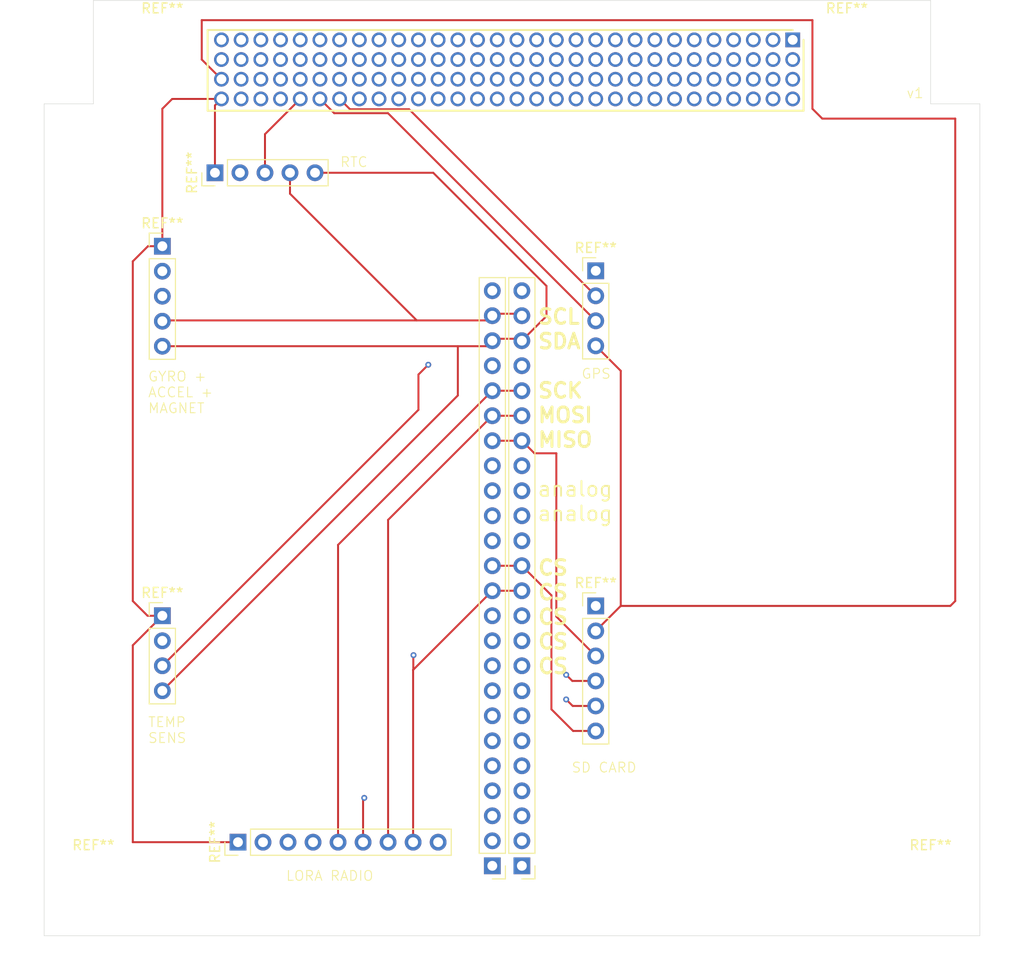
<source format=kicad_pcb>
(kicad_pcb (version 20240108) (generator "pcbnew") (generator_version "8.0")
  (layers (0 "F.Cu" signal) (1 "In1.Cu" signal) (2 "In2.Cu" signal) (31 "B.Cu" signal) (34 "B.Paste" user) (35 "F.Paste" user) (36 "B.SilkS" user "B.Silkscreen") (37 "F.SilkS" user "F.Silkscreen") (38 "B.Mask" user) (39 "F.Mask" user) (44 "Edge.Cuts" user))
  (net 0 "")
  (net 1 "GND")
  (net 2 "VIN")
  (net 3 "SCL")
  (net 4 "SDA")
  (net 5 "miso")
  (net 6 "mosi")
  (net 7 "cs")
  (net 8 "sck")
  (net 9 "TX")
  (net 10 "RX")
  (net 11 "EN")
  (net 12 "RST")
  (net 13 "SQW")
  (footprint "MountingHole:MountingHole_3.2mm_M3" (layer "F.Cu") (at 169 55.5)
    (property "Reference" "REF**" (at 0 -4.2 0) (layer "F.SilkS"))
    (property "Value" "MountingHole_3.2mm_M3")
    (pad "" np_thru_hole circle (at 0 0) (size 3.2 3.2) (drill 3.2) (layers "*.Mask" "F.Cu" "In1.Cu" "In2.Cu" "B.Cu"))
  )
  (footprint "Connector_PinHeader_2.54mm:PinHeader_1x05_P2.54mm_Vertical" (layer "F.Cu") (at 174.34 68 90)
    (property "Reference" "REF**" (at 0 -2.33 -90) (layer "F.SilkS"))
    (property "Value" "PinHeader_1x05_P2.54mm_Vertical")
    (fp_line (start -1.33 -1.33) (end 0 -1.33) (stroke (width 0.12)) (layer "F.SilkS"))
    (fp_line (start -1.33 0) (end -1.33 -1.33) (stroke (width 0.12)) (layer "F.SilkS"))
    (fp_line (start 1.33 1.27) (end 1.33 11.49) (stroke (width 0.12)) (layer "F.SilkS"))
    (fp_line (start -1.33 1.27) (end 1.33 1.27) (stroke (width 0.12)) (layer "F.SilkS"))
    (fp_line (start -1.33 1.27) (end -1.33 11.49) (stroke (width 0.12)) (layer "F.SilkS"))
    (fp_line (start -1.33 11.49) (end 1.33 11.49) (stroke (width 0.12)) (layer "F.SilkS"))
    (pad "1" thru_hole rect (at 0 0 90) (size 1.7 1.7) (drill 1) (layers "*.Cu" "*.Mask") (net 2 "VIN"))
    (pad "2" thru_hole oval (at 0 2.54 90) (size 1.7 1.7) (drill 1) (layers "*.Cu" "*.Mask") (net 1 "GND"))
    (pad "3" thru_hole oval (at 0 5.08 90) (size 1.7 1.7) (drill 1) (layers "*.Cu" "*.Mask") (net 13 "SQW"))
    (pad "4" thru_hole oval (at 0 7.62 90) (size 1.7 1.7) (drill 1) (layers "*.Cu" "*.Mask") (net 3 "SCL"))
    (pad "5" thru_hole oval (at 0 10.16 90) (size 1.7 1.7) (drill 1) (layers "*.Cu" "*.Mask") (net 4 "SDA"))
  )
  (footprint "Connector_PinHeader_2.54mm:PinHeader_1x06_P2.54mm_Vertical" (layer "F.Cu") (at 213 112)
    (property "Reference" "REF**" (at 0 -2.33 0) (layer "F.SilkS"))
    (property "Value" "PinHeader_1x06_P2.54mm_Vertical")
    (fp_line (start -1.33 -1.33) (end 0 -1.33) (stroke (width 0.12)) (layer "F.SilkS"))
    (fp_line (start -1.33 0) (end -1.33 -1.33) (stroke (width 0.12)) (layer "F.SilkS"))
    (fp_line (start -1.33 1.27) (end -1.33 14.03) (stroke (width 0.12)) (layer "F.SilkS"))
    (fp_line (start -1.33 1.27) (end 1.33 1.27) (stroke (width 0.12)) (layer "F.SilkS"))
    (fp_line (start -1.33 14.03) (end 1.33 14.03) (stroke (width 0.12)) (layer "F.SilkS"))
    (fp_line (start 1.33 1.27) (end 1.33 14.03) (stroke (width 0.12)) (layer "F.SilkS"))
    (pad "1" thru_hole rect (at 0 0) (size 1.7 1.7) (drill 1) (layers "*.Cu" "*.Mask") (net 1 "GND"))
    (pad "2" thru_hole oval (at 0 2.54) (size 1.7 1.7) (drill 1) (layers "*.Cu" "*.Mask") (net 2 "VIN"))
    (pad "3" thru_hole oval (at 0 5.08) (size 1.7 1.7) (drill 1) (layers "*.Cu" "*.Mask") (net 5 "miso"))
    (pad "4" thru_hole oval (at 0 7.62) (size 1.7 1.7) (drill 1) (layers "*.Cu" "*.Mask") (net 6 "mosi"))
    (pad "5" thru_hole oval (at 0 10.16) (size 1.7 1.7) (drill 1) (layers "*.Cu" "*.Mask") (net 8 "sck"))
    (pad "6" thru_hole oval (at 0 12.7) (size 1.7 1.7) (drill 1) (layers "*.Cu" "*.Mask") (net 7 "cs"))
  )
  (footprint "Connector_PinHeader_2.54mm:PinHeader_1x24_P2.54mm_Vertical" (layer "F.Cu") (at 202.5 138.4 180)
    (property "Reference" "REF**" (hide yes))
    (property "Value" "PinHeader_1x24_P2.54mm_Vertical")
    (fp_line (start 1.33 1.27) (end 1.33 59.75) (stroke (width 0.12)) (layer "F.SilkS"))
    (fp_line (start -1.33 59.75) (end 1.33 59.75) (stroke (width 0.12)) (layer "F.SilkS"))
    (fp_line (start -1.33 1.27) (end 1.33 1.27) (stroke (width 0.12)) (layer "F.SilkS"))
    (fp_line (start -1.33 1.27) (end -1.33 59.75) (stroke (width 0.12)) (layer "F.SilkS"))
    (fp_line (start -1.33 0) (end -1.33 -1.33) (stroke (width 0.12)) (layer "F.SilkS"))
    (fp_line (start -1.33 -1.33) (end 0 -1.33) (stroke (width 0.12)) (layer "F.SilkS"))
    (pad "1" thru_hole rect (at 0 0 180) (size 1.7 1.7) (drill 1) (layers "*.Cu" "*.Mask"))
    (pad "2" thru_hole oval (at 0 2.54 180) (size 1.7 1.7) (drill 1) (layers "*.Cu" "*.Mask"))
    (pad "3" thru_hole oval (at 0 5.08 180) (size 1.7 1.7) (drill 1) (layers "*.Cu" "*.Mask"))
    (pad "4" thru_hole oval (at 0 7.62 180) (size 1.7 1.7) (drill 1) (layers "*.Cu" "*.Mask"))
    (pad "5" thru_hole oval (at 0 10.16 180) (size 1.7 1.7) (drill 1) (layers "*.Cu" "*.Mask"))
    (pad "6" thru_hole oval (at 0 12.7 180) (size 1.7 1.7) (drill 1) (layers "*.Cu" "*.Mask"))
    (pad "7" thru_hole oval (at 0 15.24 180) (size 1.7 1.7) (drill 1) (layers "*.Cu" "*.Mask"))
    (pad "8" thru_hole oval (at 0 17.78 180) (size 1.7 1.7) (drill 1) (layers "*.Cu" "*.Mask"))
    (pad "9" thru_hole oval (at 0 20.32 180) (size 1.7 1.7) (drill 1) (layers "*.Cu" "*.Mask"))
    (pad "10" thru_hole oval (at 0 22.86 180) (size 1.7 1.7) (drill 1) (layers "*.Cu" "*.Mask"))
    (pad "11" thru_hole oval (at 0 25.4 180) (size 1.7 1.7) (drill 1) (layers "*.Cu" "*.Mask"))
    (pad "12" thru_hole oval (at 0 27.94 180) (size 1.7 1.7) (drill 1) (layers "*.Cu" "*.Mask") (net 7 "cs"))
    (pad "13" thru_hole oval (at 0 30.48 180) (size 1.7 1.7) (drill 1) (layers "*.Cu" "*.Mask") (net 7 "cs"))
    (pad "14" thru_hole oval (at 0 33.02 180) (size 1.7 1.7) (drill 1) (layers "*.Cu" "*.Mask"))
    (pad "15" thru_hole oval (at 0 35.56 180) (size 1.7 1.7) (drill 1) (layers "*.Cu" "*.Mask"))
    (pad "16" thru_hole oval (at 0 38.1 180) (size 1.7 1.7) (drill 1) (layers "*.Cu" "*.Mask"))
    (pad "17" thru_hole oval (at 0 40.64 180) (size 1.7 1.7) (drill 1) (layers "*.Cu" "*.Mask"))
    (pad "18" thru_hole oval (at 0 43.18 180) (size 1.7 1.7) (drill 1) (layers "*.Cu" "*.Mask") (net 5 "miso"))
    (pad "19" thru_hole oval (at 0 45.72 180) (size 1.7 1.7) (drill 1) (layers "*.Cu" "*.Mask") (net 6 "mosi"))
    (pad "20" thru_hole oval (at 0 48.26 180) (size 1.7 1.7) (drill 1) (layers "*.Cu" "*.Mask") (net 8 "sck"))
    (pad "21" thru_hole oval (at 0 50.8 180) (size 1.7 1.7) (drill 1) (layers "*.Cu" "*.Mask"))
    (pad "22" thru_hole oval (at 0 53.34 180) (size 1.7 1.7) (drill 1) (layers "*.Cu" "*.Mask") (net 4 "SDA"))
    (pad "23" thru_hole oval (at 0 55.88 180) (size 1.7 1.7) (drill 1) (layers "*.Cu" "*.Mask") (net 3 "SCL"))
    (pad "24" thru_hole oval (at 0 58.42 180) (size 1.7 1.7) (drill 1) (layers "*.Cu" "*.Mask"))
  )
  (footprint "Connector_PinHeader_2.54mm:PinHeader_1x05_P2.54mm_Vertical" (layer "F.Cu") (at 169 75.46)
    (property "Reference" "REF**" (at 0 -2.33 0) (layer "F.SilkS"))
    (property "Value" "PinHeader_1x05_P2.54mm_Vertical")
    (fp_line (start -1.33 -1.33) (end 0 -1.33) (stroke (width 0.12)) (layer "F.SilkS"))
    (fp_line (start -1.33 0) (end -1.33 -1.33) (stroke (width 0.12)) (layer "F.SilkS"))
    (fp_line (start -1.33 1.27) (end -1.33 11.49) (stroke (width 0.12)) (layer "F.SilkS"))
    (fp_line (start -1.33 1.27) (end 1.33 1.27) (stroke (width 0.12)) (layer "F.SilkS"))
    (fp_line (start -1.33 11.49) (end 1.33 11.49) (stroke (width 0.12)) (layer "F.SilkS"))
    (fp_line (start 1.33 1.27) (end 1.33 11.49) (stroke (width 0.12)) (layer "F.SilkS"))
    (pad "1" thru_hole rect (at 0 0) (size 1.7 1.7) (drill 1) (layers "*.Cu" "*.Mask") (net 2 "VIN"))
    (pad "2" thru_hole oval (at 0 2.54) (size 1.7 1.7) (drill 1) (layers "*.Cu" "*.Mask"))
    (pad "3" thru_hole oval (at 0 5.08) (size 1.7 1.7) (drill 1) (layers "*.Cu" "*.Mask") (net 1 "GND"))
    (pad "4" thru_hole oval (at 0 7.62) (size 1.7 1.7) (drill 1) (layers "*.Cu" "*.Mask") (net 3 "SCL"))
    (pad "5" thru_hole oval (at 0 10.16) (size 1.7 1.7) (drill 1) (layers "*.Cu" "*.Mask") (net 4 "SDA"))
  )
  (footprint "Connector_PinHeader_2.54mm:PinHeader_1x24_P2.54mm_Vertical" (layer "F.Cu") (at 205.5 138.4 180)
    (property "Reference" "REF**" (hide yes))
    (property "Value" "PinHeader_1x24_P2.54mm_Vertical")
    (fp_line (start 1.33 1.27) (end 1.33 59.75) (stroke (width 0.12)) (layer "F.SilkS"))
    (fp_line (start -1.33 59.75) (end 1.33 59.75) (stroke (width 0.12)) (layer "F.SilkS"))
    (fp_line (start -1.33 1.27) (end 1.33 1.27) (stroke (width 0.12)) (layer "F.SilkS"))
    (fp_line (start -1.33 1.27) (end -1.33 59.75) (stroke (width 0.12)) (layer "F.SilkS"))
    (fp_line (start -1.33 0) (end -1.33 -1.33) (stroke (width 0.12)) (layer "F.SilkS"))
    (fp_line (start -1.33 -1.33) (end 0 -1.33) (stroke (width 0.12)) (layer "F.SilkS"))
    (pad "1" thru_hole rect (at 0 0 180) (size 1.7 1.7) (drill 1) (layers "*.Cu" "*.Mask"))
    (pad "2" thru_hole oval (at 0 2.54 180) (size 1.7 1.7) (drill 1) (layers "*.Cu" "*.Mask"))
    (pad "3" thru_hole oval (at 0 5.08 180) (size 1.7 1.7) (drill 1) (layers "*.Cu" "*.Mask"))
    (pad "4" thru_hole oval (at 0 7.62 180) (size 1.7 1.7) (drill 1) (layers "*.Cu" "*.Mask"))
    (pad "5" thru_hole oval (at 0 10.16 180) (size 1.7 1.7) (drill 1) (layers "*.Cu" "*.Mask"))
    (pad "6" thru_hole oval (at 0 12.7 180) (size 1.7 1.7) (drill 1) (layers "*.Cu" "*.Mask"))
    (pad "7" thru_hole oval (at 0 15.24 180) (size 1.7 1.7) (drill 1) (layers "*.Cu" "*.Mask"))
    (pad "8" thru_hole oval (at 0 17.78 180) (size 1.7 1.7) (drill 1) (layers "*.Cu" "*.Mask"))
    (pad "9" thru_hole oval (at 0 20.32 180) (size 1.7 1.7) (drill 1) (layers "*.Cu" "*.Mask"))
    (pad "10" thru_hole oval (at 0 22.86 180) (size 1.7 1.7) (drill 1) (layers "*.Cu" "*.Mask"))
    (pad "11" thru_hole oval (at 0 25.4 180) (size 1.7 1.7) (drill 1) (layers "*.Cu" "*.Mask"))
    (pad "12" thru_hole oval (at 0 27.94 180) (size 1.7 1.7) (drill 1) (layers "*.Cu" "*.Mask") (net 7 "cs"))
    (pad "13" thru_hole oval (at 0 30.48 180) (size 1.7 1.7) (drill 1) (layers "*.Cu" "*.Mask") (net 7 "cs"))
    (pad "14" thru_hole oval (at 0 33.02 180) (size 1.7 1.7) (drill 1) (layers "*.Cu" "*.Mask"))
    (pad "15" thru_hole oval (at 0 35.56 180) (size 1.7 1.7) (drill 1) (layers "*.Cu" "*.Mask"))
    (pad "16" thru_hole oval (at 0 38.1 180) (size 1.7 1.7) (drill 1) (layers "*.Cu" "*.Mask"))
    (pad "17" thru_hole oval (at 0 40.64 180) (size 1.7 1.7) (drill 1) (layers "*.Cu" "*.Mask"))
    (pad "18" thru_hole oval (at 0 43.18 180) (size 1.7 1.7) (drill 1) (layers "*.Cu" "*.Mask") (net 5 "miso"))
    (pad "19" thru_hole oval (at 0 45.72 180) (size 1.7 1.7) (drill 1) (layers "*.Cu" "*.Mask") (net 6 "mosi"))
    (pad "20" thru_hole oval (at 0 48.26 180) (size 1.7 1.7) (drill 1) (layers "*.Cu" "*.Mask") (net 8 "sck"))
    (pad "21" thru_hole oval (at 0 50.8 180) (size 1.7 1.7) (drill 1) (layers "*.Cu" "*.Mask"))
    (pad "22" thru_hole oval (at 0 53.34 180) (size 1.7 1.7) (drill 1) (layers "*.Cu" "*.Mask") (net 4 "SDA"))
    (pad "23" thru_hole oval (at 0 55.88 180) (size 1.7 1.7) (drill 1) (layers "*.Cu" "*.Mask") (net 3 "SCL"))
    (pad "24" thru_hole oval (at 0 58.42 180) (size 1.7 1.7) (drill 1) (layers "*.Cu" "*.Mask"))
  )
  (footprint "MountingHole:MountingHole_3.2mm_M3" (layer "F.Cu") (at 238.5 55.5)
    (property "Reference" "REF**" (at 0 -4.2 0) (layer "F.SilkS"))
    (property "Value" "MountingHole_3.2mm_M3")
    (pad "" np_thru_hole circle (at 0 0) (size 3.2 3.2) (drill 3.2) (layers "*.Mask" "F.Cu" "In1.Cu" "In2.Cu" "B.Cu"))
  )
  (footprint "Connector_PinHeader_2.54mm:PinHeader_1x09_P2.54mm_Vertical" (layer "F.Cu") (at 176.68 136 90)
    (property "Reference" "REF**" (at 0 -2.33 -90) (layer "F.SilkS"))
    (property "Value" "PinHeader_1x09_P2.54mm_Vertical")
    (fp_line (start -1.33 -1.33) (end 0 -1.33) (stroke (width 0.12)) (layer "F.SilkS"))
    (fp_line (start -1.33 0) (end -1.33 -1.33) (stroke (width 0.12)) (layer "F.SilkS"))
    (fp_line (start 1.33 1.27) (end 1.33 21.65) (stroke (width 0.12)) (layer "F.SilkS"))
    (fp_line (start -1.33 1.27) (end 1.33 1.27) (stroke (width 0.12)) (layer "F.SilkS"))
    (fp_line (start -1.33 1.27) (end -1.33 21.65) (stroke (width 0.12)) (layer "F.SilkS"))
    (fp_line (start -1.33 21.65) (end 1.33 21.65) (stroke (width 0.12)) (layer "F.SilkS"))
    (pad "1" thru_hole rect (at 0 0 90) (size 1.7 1.7) (drill 1) (layers "*.Cu" "*.Mask") (net 2 "VIN"))
    (pad "2" thru_hole oval (at 0 2.54 90) (size 1.7 1.7) (drill 1) (layers "*.Cu" "*.Mask") (net 1 "GND"))
    (pad "3" thru_hole oval (at 0 5.08 90) (size 1.7 1.7) (drill 1) (layers "*.Cu" "*.Mask") (net 11 "EN"))
    (pad "4" thru_hole oval (at 0 7.62 90) (size 1.7 1.7) (drill 1) (layers "*.Cu" "*.Mask"))
    (pad "5" thru_hole oval (at 0 10.16 90) (size 1.7 1.7) (drill 1) (layers "*.Cu" "*.Mask") (net 8 "sck"))
    (pad "6" thru_hole oval (at 0 12.7 90) (size 1.7 1.7) (drill 1) (layers "*.Cu" "*.Mask") (net 5 "miso"))
    (pad "7" thru_hole oval (at 0 15.24 90) (size 1.7 1.7) (drill 1) (layers "*.Cu" "*.Mask") (net 6 "mosi"))
    (pad "8" thru_hole oval (at 0 17.78 90) (size 1.7 1.7) (drill 1) (layers "*.Cu" "*.Mask") (net 7 "cs"))
    (pad "9" thru_hole oval (at 0 20.32 90) (size 1.7 1.7) (drill 1) (layers "*.Cu" "*.Mask") (net 12 "RST"))
  )
  (footprint "Connector_PinHeader_2.54mm:PinHeader_1x04_P2.54mm_Vertical" (layer "F.Cu") (at 169 113)
    (property "Reference" "REF**" (at 0 -2.33 0) (layer "F.SilkS"))
    (property "Value" "PinHeader_1x04_P2.54mm_Vertical")
    (fp_line (start -1.33 -1.33) (end 0 -1.33) (stroke (width 0.12)) (layer "F.SilkS"))
    (fp_line (start -1.33 0) (end -1.33 -1.33) (stroke (width 0.12)) (layer "F.SilkS"))
    (fp_line (start -1.33 1.27) (end -1.33 8.95) (stroke (width 0.12)) (layer "F.SilkS"))
    (fp_line (start -1.33 1.27) (end 1.33 1.27) (stroke (width 0.12)) (layer "F.SilkS"))
    (fp_line (start -1.33 8.95) (end 1.33 8.95) (stroke (width 0.12)) (layer "F.SilkS"))
    (fp_line (start 1.33 1.27) (end 1.33 8.95) (stroke (width 0.12)) (layer "F.SilkS"))
    (pad "1" thru_hole rect (at 0 0) (size 1.7 1.7) (drill 1) (layers "*.Cu" "*.Mask") (net 2 "VIN"))
    (pad "2" thru_hole oval (at 0 2.54) (size 1.7 1.7) (drill 1) (layers "*.Cu" "*.Mask") (net 1 "GND"))
    (pad "3" thru_hole oval (at 0 5.08) (size 1.7 1.7) (drill 1) (layers "*.Cu" "*.Mask") (net 3 "SCL"))
    (pad "4" thru_hole oval (at 0 7.62) (size 1.7 1.7) (drill 1) (layers "*.Cu" "*.Mask") (net 4 "SDA"))
  )
  (footprint "Connector_PinHeader_2.54mm:PinHeader_1x04_P2.54mm_Vertical" (layer "F.Cu") (at 213 77.96)
    (property "Reference" "REF**" (at 0 -2.33 0) (layer "F.SilkS"))
    (property "Value" "PinHeader_1x04_P2.54mm_Vertical")
    (fp_line (start -1.33 -1.33) (end 0 -1.33) (stroke (width 0.12)) (layer "F.SilkS"))
    (fp_line (start -1.33 0) (end -1.33 -1.33) (stroke (width 0.12)) (layer "F.SilkS"))
    (fp_line (start -1.33 1.27) (end -1.33 8.95) (stroke (width 0.12)) (layer "F.SilkS"))
    (fp_line (start -1.33 1.27) (end 1.33 1.27) (stroke (width 0.12)) (layer "F.SilkS"))
    (fp_line (start -1.33 8.95) (end 1.33 8.95) (stroke (width 0.12)) (layer "F.SilkS"))
    (fp_line (start 1.33 1.27) (end 1.33 8.95) (stroke (width 0.12)) (layer "F.SilkS"))
    (pad "1" thru_hole rect (at 0 0) (size 1.7 1.7) (drill 1) (layers "*.Cu" "*.Mask") (net 1 "GND"))
    (pad "2" thru_hole oval (at 0 2.54) (size 1.7 1.7) (drill 1) (layers "*.Cu" "*.Mask") (net 9 "TX"))
    (pad "3" thru_hole oval (at 0 5.08) (size 1.7 1.7) (drill 1) (layers "*.Cu" "*.Mask") (net 10 "RX"))
    (pad "4" thru_hole oval (at 0 7.62) (size 1.7 1.7) (drill 1) (layers "*.Cu" "*.Mask") (net 2 "VIN"))
  )
  (footprint "MountingHole:MountingHole_3.2mm_M3" (layer "F.Cu") (at 162 140.5)
    (property "Reference" "REF**" (at 0 -4.2 0) (layer "F.SilkS"))
    (property "Value" "MountingHole_3.2mm_M3")
    (pad "" np_thru_hole circle (at 0 0) (size 3.2 3.2) (drill 3.2) (layers "*.Mask" "F.Cu" "In1.Cu" "In2.Cu" "B.Cu"))
  )
  (footprint "KiCad:RHDR120W55P200_4X30_6020X800X935P" (layer "F.Cu") (at 233 54.5)
    (property "Reference" "J**" (hide yes))
    (property "Value" "RHDR120W55P200_4X30_6020X800X935P" (hide yes))
    (fp_line (start -59.4 -1) (end -59.4 7.2) (stroke (width 0.2)) (layer "F.SilkS"))
    (fp_line (start -59.4 7.2) (end 1.1 7.2) (stroke (width 0.2)) (layer "F.SilkS"))
    (fp_line (start 0 -1) (end -59.4 -1) (stroke (width 0.2)) (layer "F.SilkS"))
    (fp_line (start 1.1 7.2) (end 1.1 0) (stroke (width 0.2)) (layer "F.SilkS"))
    (pad "1" thru_hole rect (at 0 0) (size 1.5 1.5) (drill 1) (layers "*.Cu" "*.Mask") (net 1 "GND"))
    (pad "2" thru_hole circle (at -2 0) (size 1.5 1.5) (drill 1) (layers "*.Cu" "*.Mask") (net 1 "GND"))
    (pad "3" thru_hole circle (at -4 0) (size 1.5 1.5) (drill 1) (layers "*.Cu" "*.Mask"))
    (pad "4" thru_hole circle (at -6 0) (size 1.5 1.5) (drill 1) (layers "*.Cu" "*.Mask"))
    (pad "5" thru_hole circle (at -8 0) (size 1.5 1.5) (drill 1) (layers "*.Cu" "*.Mask"))
    (pad "6" thru_hole circle (at -10 0) (size 1.5 1.5) (drill 1) (layers "*.Cu" "*.Mask"))
    (pad "7" thru_hole circle (at -12 0) (size 1.5 1.5) (drill 1) (layers "*.Cu" "*.Mask"))
    (pad "8" thru_hole circle (at -14 0) (size 1.5 1.5) (drill 1) (layers "*.Cu" "*.Mask"))
    (pad "9" thru_hole circle (at -16 0) (size 1.5 1.5) (drill 1) (layers "*.Cu" "*.Mask"))
    (pad "10" thru_hole circle (at -18 0) (size 1.5 1.5) (drill 1) (layers "*.Cu" "*.Mask"))
    (pad "11" thru_hole circle (at -20 0) (size 1.5 1.5) (drill 1) (layers "*.Cu" "*.Mask"))
    (pad "12" thru_hole circle (at -22 0) (size 1.5 1.5) (drill 1) (layers "*.Cu" "*.Mask"))
    (pad "13" thru_hole circle (at -24 0) (size 1.5 1.5) (drill 1) (layers "*.Cu" "*.Mask"))
    (pad "14" thru_hole circle (at -26 0) (size 1.5 1.5) (drill 1) (layers "*.Cu" "*.Mask"))
    (pad "15" thru_hole circle (at -28 0) (size 1.5 1.5) (drill 1) (layers "*.Cu" "*.Mask"))
    (pad "16" thru_hole circle (at -30 0) (size 1.5 1.5) (drill 1) (layers "*.Cu" "*.Mask"))
    (pad "17" thru_hole circle (at -32 0) (size 1.5 1.5) (drill 1) (layers "*.Cu" "*.Mask"))
    (pad "18" thru_hole circle (at -34 0) (size 1.5 1.5) (drill 1) (layers "*.Cu" "*.Mask"))
    (pad "19" thru_hole circle (at -36 0) (size 1.5 1.5) (drill 1) (layers "*.Cu" "*.Mask"))
    (pad "20" thru_hole circle (at -38 0) (size 1.5 1.5) (drill 1) (layers "*.Cu" "*.Mask"))
    (pad "21" thru_hole circle (at -40 0) (size 1.5 1.5) (drill 1) (layers "*.Cu" "*.Mask"))
    (pad "22" thru_hole circle (at -42 0) (size 1.5 1.5) (drill 1) (layers "*.Cu" "*.Mask"))
    (pad "23" thru_hole circle (at -44 0) (size 1.5 1.5) (drill 1) (layers "*.Cu" "*.Mask"))
    (pad "24" thru_hole circle (at -46 0) (size 1.5 1.5) (drill 1) (layers "*.Cu" "*.Mask"))
    (pad "25" thru_hole circle (at -48 0) (size 1.5 1.5) (drill 1) (layers "*.Cu" "*.Mask"))
    (pad "26" thru_hole circle (at -50 0) (size 1.5 1.5) (drill 1) (layers "*.Cu" "*.Mask"))
    (pad "27" thru_hole circle (at -52 0) (size 1.5 1.5) (drill 1) (layers "*.Cu" "*.Mask"))
    (pad "28" thru_hole circle (at -54 0) (size 1.5 1.5) (drill 1) (layers "*.Cu" "*.Mask"))
    (pad "29" thru_hole circle (at -56 0) (size 1.5 1.5) (drill 1) (layers "*.Cu" "*.Mask"))
    (pad "30" thru_hole circle (at -58 0) (size 1.5 1.5) (drill 1) (layers "*.Cu" "*.Mask") (net 1 "GND"))
    (pad "31" thru_hole circle (at 0 2) (size 1.5 1.5) (drill 1) (layers "*.Cu" "*.Mask") (net 1 "GND"))
    (pad "32" thru_hole circle (at -2 2) (size 1.5 1.5) (drill 1) (layers "*.Cu" "*.Mask"))
    (pad "33" thru_hole circle (at -4 2) (size 1.5 1.5) (drill 1) (layers "*.Cu" "*.Mask"))
    (pad "34" thru_hole circle (at -6 2) (size 1.5 1.5) (drill 1) (layers "*.Cu" "*.Mask"))
    (pad "35" thru_hole circle (at -8 2) (size 1.5 1.5) (drill 1) (layers "*.Cu" "*.Mask"))
    (pad "36" thru_hole circle (at -10 2) (size 1.5 1.5) (drill 1) (layers "*.Cu" "*.Mask"))
    (pad "37" thru_hole circle (at -12 2) (size 1.5 1.5) (drill 1) (layers "*.Cu" "*.Mask"))
    (pad "38" thru_hole circle (at -14 2) (size 1.5 1.5) (drill 1) (layers "*.Cu" "*.Mask"))
    (pad "39" thru_hole circle (at -16 2) (size 1.5 1.5) (drill 1) (layers "*.Cu" "*.Mask"))
    (pad "40" thru_hole circle (at -18 2) (size 1.5 1.5) (drill 1) (layers "*.Cu" "*.Mask"))
    (pad "41" thru_hole circle (at -20 2) (size 1.5 1.5) (drill 1) (layers "*.Cu" "*.Mask"))
    (pad "42" thru_hole circle (at -22 2) (size 1.5 1.5) (drill 1) (layers "*.Cu" "*.Mask"))
    (pad "43" thru_hole circle (at -24 2) (size 1.5 1.5) (drill 1) (layers "*.Cu" "*.Mask"))
    (pad "44" thru_hole circle (at -26 2) (size 1.5 1.5) (drill 1) (layers "*.Cu" "*.Mask"))
    (pad "45" thru_hole circle (at -28 2) (size 1.5 1.5) (drill 1) (layers "*.Cu" "*.Mask"))
    (pad "46" thru_hole circle (at -30 2) (size 1.5 1.5) (drill 1) (layers "*.Cu" "*.Mask"))
    (pad "47" thru_hole circle (at -32 2) (size 1.5 1.5) (drill 1) (layers "*.Cu" "*.Mask"))
    (pad "48" thru_hole circle (at -34 2) (size 1.5 1.5) (drill 1) (layers "*.Cu" "*.Mask"))
    (pad "49" thru_hole circle (at -36 2) (size 1.5 1.5) (drill 1) (layers "*.Cu" "*.Mask"))
    (pad "50" thru_hole circle (at -38 2) (size 1.5 1.5) (drill 1) (layers "*.Cu" "*.Mask"))
    (pad "51" thru_hole circle (at -40 2) (size 1.5 1.5) (drill 1) (layers "*.Cu" "*.Mask"))
    (pad "52" thru_hole circle (at -42 2) (size 1.5 1.5) (drill 1) (layers "*.Cu" "*.Mask"))
    (pad "53" thru_hole circle (at -44 2) (size 1.5 1.5) (drill 1) (layers "*.Cu" "*.Mask"))
    (pad "54" thru_hole circle (at -46 2) (size 1.5 1.5) (drill 1) (layers "*.Cu" "*.Mask"))
    (pad "55" thru_hole circle (at -48 2) (size 1.5 1.5) (drill 1) (layers "*.Cu" "*.Mask"))
    (pad "56" thru_hole circle (at -50 2) (size 1.5 1.5) (drill 1) (layers "*.Cu" "*.Mask"))
    (pad "57" thru_hole circle (at -52 2) (size 1.5 1.5) (drill 1) (layers "*.Cu" "*.Mask"))
    (pad "58" thru_hole circle (at -54 2) (size 1.5 1.5) (drill 1) (layers "*.Cu" "*.Mask"))
    (pad "59" thru_hole circle (at -56 2) (size 1.5 1.5) (drill 1) (layers "*.Cu" "*.Mask"))
    (pad "60" thru_hole circle (at -58 2) (size 1.5 1.5) (drill 1) (layers "*.Cu" "*.Mask"))
    (pad "61" thru_hole circle (at 0 4) (size 1.5 1.5) (drill 1) (layers "*.Cu" "*.Mask"))
    (pad "62" thru_hole circle (at -2 4) (size 1.5 1.5) (drill 1) (layers "*.Cu" "*.Mask"))
    (pad "63" thru_hole circle (at -4 4) (size 1.5 1.5) (drill 1) (layers "*.Cu" "*.Mask"))
    (pad "64" thru_hole circle (at -6 4) (size 1.5 1.5) (drill 1) (layers "*.Cu" "*.Mask"))
    (pad "65" thru_hole circle (at -8 4) (size 1.5 1.5) (drill 1) (layers "*.Cu" "*.Mask"))
    (pad "66" thru_hole circle (at -10 4) (size 1.5 1.5) (drill 1) (layers "*.Cu" "*.Mask"))
    (pad "67" thru_hole circle (at -12 4) (size 1.5 1.5) (drill 1) (layers "*.Cu" "*.Mask"))
    (pad "68" thru_hole circle (at -14 4) (size 1.5 1.5) (drill 1) (layers "*.Cu" "*.Mask"))
    (pad "69" thru_hole circle (at -16 4) (size 1.5 1.5) (drill 1) (layers "*.Cu" "*.Mask"))
    (pad "70" thru_hole circle (at -18 4) (size 1.5 1.5) (drill 1) (layers "*.Cu" "*.Mask"))
    (pad "71" thru_hole circle (at -20 4) (size 1.5 1.5) (drill 1) (layers "*.Cu" "*.Mask"))
    (pad "72" thru_hole circle (at -22 4) (size 1.5 1.5) (drill 1) (layers "*.Cu" "*.Mask"))
    (pad "73" thru_hole circle (at -24 4) (size 1.5 1.5) (drill 1) (layers "*.Cu" "*.Mask"))
    (pad "74" thru_hole circle (at -26 4) (size 1.5 1.5) (drill 1) (layers "*.Cu" "*.Mask"))
    (pad "75" thru_hole circle (at -28 4) (size 1.5 1.5) (drill 1) (layers "*.Cu" "*.Mask"))
    (pad "76" thru_hole circle (at -30 4) (size 1.5 1.5) (drill 1) (layers "*.Cu" "*.Mask"))
    (pad "77" thru_hole circle (at -32 4) (size 1.5 1.5) (drill 1) (layers "*.Cu" "*.Mask"))
    (pad "78" thru_hole circle (at -34 4) (size 1.5 1.5) (drill 1) (layers "*.Cu" "*.Mask"))
    (pad "79" thru_hole circle (at -36 4) (size 1.5 1.5) (drill 1) (layers "*.Cu" "*.Mask"))
    (pad "80" thru_hole circle (at -38 4) (size 1.5 1.5) (drill 1) (layers "*.Cu" "*.Mask"))
    (pad "81" thru_hole circle (at -40 4) (size 1.5 1.5) (drill 1) (layers "*.Cu" "*.Mask"))
    (pad "82" thru_hole circle (at -42 4) (size 1.5 1.5) (drill 1) (layers "*.Cu" "*.Mask"))
    (pad "83" thru_hole circle (at -44 4) (size 1.5 1.5) (drill 1) (layers "*.Cu" "*.Mask"))
    (pad "84" thru_hole circle (at -46 4) (size 1.5 1.5) (drill 1) (layers "*.Cu" "*.Mask"))
    (pad "85" thru_hole circle (at -48 4) (size 1.5 1.5) (drill 1) (layers "*.Cu" "*.Mask"))
    (pad "86" thru_hole circle (at -50 4) (size 1.5 1.5) (drill 1) (layers "*.Cu" "*.Mask"))
    (pad "87" thru_hole circle (at -52 4) (size 1.5 1.5) (drill 1) (layers "*.Cu" "*.Mask"))
    (pad "88" thru_hole circle (at -54 4) (size 1.5 1.5) (drill 1) (layers "*.Cu" "*.Mask"))
    (pad "89" thru_hole circle (at -56 4) (size 1.5 1.5) (drill 1) (layers "*.Cu" "*.Mask"))
    (pad "90" thru_hole circle (at -58 4) (size 1.5 1.5) (drill 1) (layers "*.Cu" "*.Mask") (net 2 "VIN"))
    (pad "91" thru_hole circle (at 0 6) (size 1.5 1.5) (drill 1) (layers "*.Cu" "*.Mask"))
    (pad "92" thru_hole circle (at -2 6) (size 1.5 1.5) (drill 1) (layers "*.Cu" "*.Mask"))
    (pad "93" thru_hole circle (at -4 6) (size 1.5 1.5) (drill 1) (layers "*.Cu" "*.Mask"))
    (pad "94" thru_hole circle (at -6 6) (size 1.5 1.5) (drill 1) (layers "*.Cu" "*.Mask"))
    (pad "95" thru_hole circle (at -8 6) (size 1.5 1.5) (drill 1) (layers "*.Cu" "*.Mask"))
    (pad "96" thru_hole circle (at -10 6) (size 1.5 1.5) (drill 1) (layers "*.Cu" "*.Mask"))
    (pad "97" thru_hole circle (at -12 6) (size 1.5 1.5) (drill 1) (layers "*.Cu" "*.Mask"))
    (pad "98" thru_hole circle (at -14 6) (size 1.5 1.5) (drill 1) (layers "*.Cu" "*.Mask"))
    (pad "99" thru_hole circle (at -16 6) (size 1.5 1.5) (drill 1) (layers "*.Cu" "*.Mask"))
    (pad "100" thru_hole circle (at -18 6) (size 1.5 1.5) (drill 1) (layers "*.Cu" "*.Mask"))
    (pad "101" thru_hole circle (at -20 6) (size 1.5 1.5) (drill 1) (layers "*.Cu" "*.Mask"))
    (pad "102" thru_hole circle (at -22 6) (size 1.5 1.5) (drill 1) (layers "*.Cu" "*.Mask"))
    (pad "103" thru_hole circle (at -24 6) (size 1.5 1.5) (drill 1) (layers "*.Cu" "*.Mask"))
    (pad "104" thru_hole circle (at -26 6) (size 1.5 1.5) (drill 1) (layers "*.Cu" "*.Mask"))
    (pad "105" thru_hole circle (at -28 6) (size 1.5 1.5) (drill 1) (layers "*.Cu" "*.Mask"))
    (pad "106" thru_hole circle (at -30 6) (size 1.5 1.5) (drill 1) (layers "*.Cu" "*.Mask"))
    (pad "107" thru_hole circle (at -32 6) (size 1.5 1.5) (drill 1) (layers "*.Cu" "*.Mask"))
    (pad "108" thru_hole circle (at -34 6) (size 1.5 1.5) (drill 1) (layers "*.Cu" "*.Mask"))
    (pad "109" thru_hole circle (at -36 6) (size 1.5 1.5) (drill 1) (layers "*.Cu" "*.Mask") (net 12 "RST"))
    (pad "110" thru_hole circle (at -38 6) (size 1.5 1.5) (drill 1) (layers "*.Cu" "*.Mask") (net 7 "cs"))
    (pad "111" thru_hole circle (at -40 6) (size 1.5 1.5) (drill 1) (layers "*.Cu" "*.Mask"))
    (pad "112" thru_hole circle (at -42 6) (size 1.5 1.5) (drill 1) (layers "*.Cu" "*.Mask"))
    (pad "113" thru_hole circle (at -44 6) (size 1.5 1.5) (drill 1) (layers "*.Cu" "*.Mask"))
    (pad "114" thru_hole circle (at -46 6) (size 1.5 1.5) (drill 1) (layers "*.Cu" "*.Mask") (net 9 "TX"))
    (pad "115" thru_hole circle (at -48 6) (size 1.5 1.5) (drill 1) (layers "*.Cu" "*.Mask") (net 10 "RX"))
    (pad "116" thru_hole circle (at -50 6) (size 1.5 1.5) (drill 1) (layers "*.Cu" "*.Mask") (net 13 "SQW"))
    (pad "117" thru_hole circle (at -52 6) (size 1.5 1.5) (drill 1) (layers "*.Cu" "*.Mask"))
    (pad "118" thru_hole circle (at -54 6) (size 1.5 1.5) (drill 1) (layers "*.Cu" "*.Mask"))
    (pad "119" thru_hole circle (at -56 6) (size 1.5 1.5) (drill 1) (layers "*.Cu" "*.Mask"))
    (pad "120" thru_hole circle (at -58 6) (size 1.5 1.5) (drill 1) (layers "*.Cu" "*.Mask") (net 2 "VIN"))
  )
  (footprint "MountingHole:MountingHole_3.2mm_M3" (layer "F.Cu") (at 247 140.5)
    (property "Reference" "REF**" (at 0 -4.2 0) (layer "F.SilkS"))
    (property "Value" "MountingHole_3.2mm_M3")
    (pad "" np_thru_hole circle (at 0 0) (size 3.2 3.2) (drill 3.2) (layers "*.Mask" "F.Cu" "In1.Cu" "In2.Cu" "B.Cu"))
  )
  (gr_line (start 252 145.5) (end 157 145.5) (stroke (width 0.05)) (layer "Edge.Cuts"))
  (gr_line (start 247 50.5) (end 247 61) (stroke (width 0.05)) (layer "Edge.Cuts"))
  (gr_line (start 252 61) (end 252 145.5) (stroke (width 0.05)) (layer "Edge.Cuts"))
  (gr_line (start 157 145.5) (end 157 61) (stroke (width 0.05)) (layer "Edge.Cuts"))
  (gr_line (start 162 61) (end 162 50.5) (stroke (width 0.05)) (layer "Edge.Cuts"))
  (gr_line (start 247 61) (end 252 61) (stroke (width 0.05)) (layer "Edge.Cuts"))
  (gr_line (start 162 50.5) (end 247 50.5) (stroke (width 0.05)) (layer "Edge.Cuts"))
  (gr_line (start 157 61) (end 162 61) (stroke (width 0.05)) (layer "Edge.Cuts"))
  (gr_text "analog" (at 207 103.5 0) (layer "F.SilkS") (effects (font (size 1.5 1.5) (thickness 0.1875)) (justify left bottom)))
  (gr_text "CS" (at 207 111.5 0) (layer "F.SilkS") (effects (font (size 1.5 1.5) (thickness 0.3) (bold yes)) (justify left bottom)))
  (gr_text "MISO" (at 207 96 0) (layer "F.SilkS") (effects (font (size 1.5 1.5) (thickness 0.3) (bold yes)) (justify left bottom)))
  (gr_text "SCL" (at 207 83.5 0) (layer "F.SilkS") (effects (font (size 1.5 1.5) (thickness 0.3) (bold yes)) (justify left bottom)))
  (gr_text "CS" (at 207 109 0) (layer "F.SilkS") (effects (font (size 1.5 1.5) (thickness 0.3) (bold yes)) (justify left bottom)))
  (gr_text "GYRO +\nACCEL + \nMAGNET" (at 167.5 92.5 0) (layer "F.SilkS") (effects (font (size 1 1) (thickness 0.1)) (justify left bottom)))
  (gr_text "LORA RADIO" (at 181.5 140 0) (layer "F.SilkS") (effects (font (size 1 1) (thickness 0.1)) (justify left bottom)))
  (gr_text "SD CARD" (at 210.5 129 0) (layer "F.SilkS") (effects (font (size 1 1) (thickness 0.1)) (justify left bottom)))
  (gr_text "SCK" (at 207 91 0) (layer "F.SilkS") (effects (font (size 1.5 1.5) (thickness 0.3) (bold yes)) (justify left bottom)))
  (gr_text "TEMP \nSENS" (at 167.5 126 0) (layer "F.SilkS") (effects (font (size 1 1) (thickness 0.1)) (justify left bottom)))
  (gr_text "MOSI" (at 207 93.5 0) (layer "F.SilkS") (effects (font (size 1.5 1.5) (thickness 0.3) (bold yes)) (justify left bottom)))
  (gr_text "RTC" (at 187 67.5 0) (layer "F.SilkS") (effects (font (size 1 1) (thickness 0.1)) (justify left bottom)))
  (gr_text "CS" (at 207 114 0) (layer "F.SilkS") (effects (font (size 1.5 1.5) (thickness 0.3) (bold yes)) (justify left bottom)))
  (gr_text "CS" (at 207 116.5 0) (layer "F.SilkS") (effects (font (size 1.5 1.5) (thickness 0.3) (bold yes)) (justify left bottom)))
  (gr_text "analog" (at 207 101 0) (layer "F.SilkS") (effects (font (size 1.5 1.5) (thickness 0.1875)) (justify left bottom)))
  (gr_text "SDA" (at 207 86 0) (layer "F.SilkS") (effects (font (size 1.5 1.5) (thickness 0.3) (bold yes)) (justify left bottom)))
  (gr_text "CS" (at 207 119 0) (layer "F.SilkS") (effects (font (size 1.5 1.5) (thickness 0.3) (bold yes)) (justify left bottom)))
  (gr_text "v1" (at 244.5 60.5 0) (layer "F.SilkS") (effects (font (size 1 1) (thickness 0.1)) (justify left bottom)))
  (gr_text "GPS" (at 211.5 89 0) (layer "F.SilkS") (effects (font (size 1 1) (thickness 0.1)) (justify left bottom)))
  (segment (start 215 60.6) (end 215 60.5) (width 0.2) (layer "F.Cu") (net 0))
  (segment (start 202.3 102.84) (end 202.5 102.64) (width 0.2) (layer "F.Cu") (net 0))
  (segment (start 202.3 100.3) (end 202.5 100.1) (width 0.2) (layer "F.Cu") (net 0))
  (segment (start 180.928 60.572) (end 181 60.5) (width 0.2) (layer "F.Cu") (net 0))
  (segment (start 167.54 75.46) (end 166 77) (width 0.2) (layer "F.Cu") (net 2))
  (segment (start 174.34 68) (end 174.34 61.16) (width 0.2) (layer "F.Cu") (net 2))
  (segment (start 236 62.5) (end 249.5 62.5) (width 0.2) (layer "F.Cu") (net 2))
  (segment (start 176.68 136) (end 166 136) (width 0.2) (layer "F.Cu") (net 2))
  (segment (start 170 60.5) (end 169 61.5) (width 0.2) (layer "F.Cu") (net 2))
  (segment (start 175 60.5) (end 170 60.5) (width 0.2) (layer "F.Cu") (net 2))
  (segment (start 166 136) (end 166 116) (width 0.2) (layer "F.Cu") (net 2))
  (segment (start 169 61.5) (end 169 75.46) (width 0.2) (layer "F.Cu") (net 2))
  (segment (start 215.54 112) (end 215.54 88.12) (width 0.2) (layer "F.Cu") (net 2))
  (segment (start 173 56.5) (end 173 52.5) (width 0.2) (layer "F.Cu") (net 2))
  (segment (start 215.54 112) (end 213 114.54) (width 0.2) (layer "F.Cu") (net 2))
  (segment (start 174.34 61.16) (end 175 60.5) (width 0.2) (layer "F.Cu") (net 2))
  (segment (start 215.54 88.12) (end 213 85.58) (width 0.2) (layer "F.Cu") (net 2))
  (segment (start 167.5 113) (end 169 113) (width 0.2) (layer "F.Cu") (net 2))
  (segment (start 249.5 62.5) (end 249.5 111.5) (width 0.2) (layer "F.Cu") (net 2))
  (segment (start 249 112) (end 215.54 112) (width 0.2) (layer "F.Cu") (net 2))
  (segment (start 173 52.5) (end 235 52.5) (width 0.2) (layer "F.Cu") (net 2))
  (segment (start 175 58.5) (end 173 56.5) (width 0.2) (layer "F.Cu") (net 2))
  (segment (start 166 111.5) (end 167.5 113) (width 0.2) (layer "F.Cu") (net 2))
  (segment (start 166 116) (end 169 113) (width 0.2) (layer "F.Cu") (net 2))
  (segment (start 169 75.46) (end 167.54 75.46) (width 0.2) (layer "F.Cu") (net 2))
  (segment (start 235 52.5) (end 235 61.5) (width 0.2) (layer "F.Cu") (net 2))
  (segment (start 249.5 111.5) (end 249 112) (width 0.2) (layer "F.Cu") (net 2))
  (segment (start 166 77) (end 166 111.5) (width 0.2) (layer "F.Cu") (net 2))
  (segment (start 235 61.5) (end 236 62.5) (width 0.2) (layer "F.Cu") (net 2))
  (segment (start 205.5 82.52) (end 205.98 83) (width 0.2) (layer "F.Cu") (net 3))
  (segment (start 181.96 68) (end 181.96 70.13) (width 0.2) (layer "F.Cu") (net 3))
  (segment (start 195 88.5) (end 195 92.08) (width 0.2) (layer "F.Cu") (net 3))
  (segment (start 205.82 82.32) (end 205.94 82.44) (width 0.2) (layer "F.Cu") (net 3))
  (segment (start 194.83 83) (end 202.02 83) (width 0.2) (layer "F.Cu") (net 3))
  (segment (start 202.5 82.32) (end 205.5 82.32) (width 0.2) (layer "F.Cu") (net 3))
  (segment (start 169.08 83) (end 194.83 83) (width 0.2) (layer "F.Cu") (net 3))
  (segment (start 202.02 83) (end 202.5 82.52) (width 0.2) (layer "F.Cu") (net 3))
  (segment (start 202.3 82.52) (end 202.5 82.32) (width 0.2) (layer "F.Cu") (net 3))
  (segment (start 169 83.08) (end 169.08 83) (width 0.2) (layer "F.Cu") (net 3))
  (segment (start 181.96 70.13) (end 194.83 83) (width 0.2) (layer "F.Cu") (net 3))
  (segment (start 205.5 82.32) (end 205.82 82.32) (width 0.2) (layer "F.Cu") (net 3))
  (segment (start 195 92.08) (end 169 118.08) (width 0.2) (layer "F.Cu") (net 3))
  (segment (start 196 87.5) (end 195 88.5) (width 0.2) (layer "F.Cu") (net 3))
  (via (at 196 87.5) (size 0.6) (drill 0.3) (layers "F.Cu" "B.Cu") (net 3))
  (segment (start 199 90.62) (end 199 85.62) (width 0.2) (layer "F.Cu") (net 4))
  (segment (start 199 85.62) (end 201.94 85.62) (width 0.2) (layer "F.Cu") (net 4))
  (segment (start 202.5 84.86) (end 205.5 84.86) (width 0.2) (layer "F.Cu") (net 4))
  (segment (start 208 79.5) (end 208 82.56) (width 0.2) (layer "F.Cu") (net 4))
  (segment (start 169 120.62) (end 199 90.62) (width 0.2) (layer "F.Cu") (net 4))
  (segment (start 184.5 68) (end 196.5 68) (width 0.2) (layer "F.Cu") (net 4))
  (segment (start 208 82.56) (end 205.5 85.06) (width 0.2) (layer "F.Cu") (net 4))
  (segment (start 196.5 68) (end 208 79.5) (width 0.2) (layer "F.Cu") (net 4))
  (segment (start 168.62 121) (end 169 120.62) (width 0.2) (layer "F.Cu") (net 4))
  (segment (start 169 85.62) (end 199 85.62) (width 0.2) (layer "F.Cu") (net 4))
  (segment (start 205.62 84.98) (end 205.5 84.86) (width 0.2) (layer "F.Cu") (net 4))
  (segment (start 201.94 85.62) (end 202.5 85.06) (width 0.2) (layer "F.Cu") (net 4))
  (segment (start 205.62 85) (end 205.5 84.88) (width 0.2) (layer "F.Cu") (net 4))
  (segment (start 202.3 95.22) (end 202.5 95.02) (width 0.2) (layer "F.Cu") (net 5))
  (segment (start 209 113.08) (end 209 96.5) (width 0.2) (layer "F.Cu") (net 5))
  (segment (start 213 117.08) (end 209 113.08) (width 0.2) (layer "F.Cu") (net 5))
  (segment (start 202.5 95.22) (end 205.5 95.22) (width 0.2) (layer "F.Cu") (net 5))
  (segment (start 206.78 96.5) (end 205.5 95.22) (width 0.2) (layer "F.Cu") (net 5))
  (segment (start 189.38 131.62) (end 189.5 131.5) (width 0.2) (layer "F.Cu") (net 5))
  (segment (start 209 96.5) (end 206.78 96.5) (width 0.2) (layer "F.Cu") (net 5))
  (segment (start 189.38 136) (end 189.38 131.62) (width 0.2) (layer "F.Cu") (net 5))
  (via (at 189.5 131.5) (size 0.6) (drill 0.3) (layers "F.Cu" "B.Cu") (net 5))
  (segment (start 213 119.62) (end 210.62 119.62) (width 0.2) (layer "F.Cu") (net 6))
  (segment (start 202.5 92.68) (end 205.5 92.68) (width 0.2) (layer "F.Cu") (net 6))
  (segment (start 191.92 136) (end 191.92 103.26) (width 0.2) (layer "F.Cu") (net 6))
  (segment (start 191.92 103.26) (end 202.5 92.68) (width 0.2) (layer "F.Cu") (net 6))
  (segment (start 205.62 92.6) (end 205.5 92.48) (width 0.2) (layer "F.Cu") (net 6))
  (segment (start 210.62 119.62) (end 210 119) (width 0.2) (layer "F.Cu") (net 6))
  (via (at 210 119) (size 0.6) (drill 0.3) (layers "F.Cu" "B.Cu") (net 6))
  (segment (start 194.46 118.5) (end 194.46 136) (width 0.2) (layer "F.Cu") (net 7))
  (segment (start 194.48 117.02) (end 194.5 117) (width 0.2) (layer "F.Cu") (net 7))
  (segment (start 202.5 110.46) (end 194.46 118.5) (width 0.2) (layer "F.Cu") (net 7))
  (segment (start 205.5 110.46) (end 202.5 110.46) (width 0.2) (layer "F.Cu") (net 7))
  (segment (start 208.5 122.5) (end 208.5 110.92) (width 0.2) (layer "F.Cu") (net 7))
  (segment (start 210.7 124.7) (end 208.5 122.5) (width 0.2) (layer "F.Cu") (net 7))
  (segment (start 205.5 107.92) (end 202.5 107.92) (width 0.2) (layer "F.Cu") (net 7))
  (segment (start 194.48 118.48) (end 194.48 117.02) (width 0.2) (layer "F.Cu") (net 7))
  (segment (start 213 124.7) (end 210.7 124.7) (width 0.2) (layer "F.Cu") (net 7))
  (segment (start 194.46 118.5) (end 194.48 118.48) (width 0.2) (layer "F.Cu") (net 7))
  (segment (start 208.5 110.92) (end 205.5 107.92) (width 0.2) (layer "F.Cu") (net 7))
  (via (at 194.5 117) (size 0.6) (drill 0.3) (layers "F.Cu" "B.Cu") (net 7))
  (segment (start 202.5 90.14) (end 205.5 90.14) (width 0.2) (layer "F.Cu") (net 8))
  (segment (start 210.66 122.16) (end 210 121.5) (width 0.2) (layer "F.Cu") (net 8))
  (segment (start 186.84 136) (end 186.84 105.8) (width 0.2) (layer "F.Cu") (net 8))
  (segment (start 205.94 89.94) (end 206.06 90.06) (width 0.2) (layer "F.Cu") (net 8))
  (segment (start 186.84 105.8) (end 202.5 90.14) (width 0.2) (layer "F.Cu") (net 8))
  (segment (start 205.5 89.94) (end 205.94 89.94) (width 0.2) (layer "F.Cu") (net 8))
  (segment (start 205.62 90.06) (end 205.5 89.94) (width 0.2) (layer "F.Cu") (net 8))
  (segment (start 213 122.16) (end 210.66 122.16) (width 0.2) (layer "F.Cu") (net 8))
  (segment (start 202.3 90.14) (end 202.5 89.94) (width 0.2) (layer "F.Cu") (net 8))
  (via (at 210 121.5) (size 0.6) (drill 0.3) (layers "F.Cu" "B.Cu") (net 8))
  (segment (start 194.05 61.55) (end 188.05 61.55) (width 0.2) (layer "F.Cu") (net 9))
  (segment (start 213 80.5) (end 194.05 61.55) (width 0.2) (layer "F.Cu") (net 9))
  (segment (start 188.05 61.55) (end 187 60.5) (width 0.2) (layer "F.Cu") (net 9))
  (segment (start 186.45 61.95) (end 185 60.5) (width 0.2) (layer "F.Cu") (net 10))
  (segment (start 213 83.04) (end 191.91 61.95) (width 0.2) (layer "F.Cu") (net 10))
  (segment (start 191.91 61.95) (end 186.45 61.95) (width 0.2) (layer "F.Cu") (net 10))
  (segment (start 179.42 64.08) (end 183 60.5) (width 0.2) (layer "F.Cu") (net 13))
  (segment (start 179.42 68) (end 179.42 64.08) (width 0.2) (layer "F.Cu") (net 13))
)
</source>
